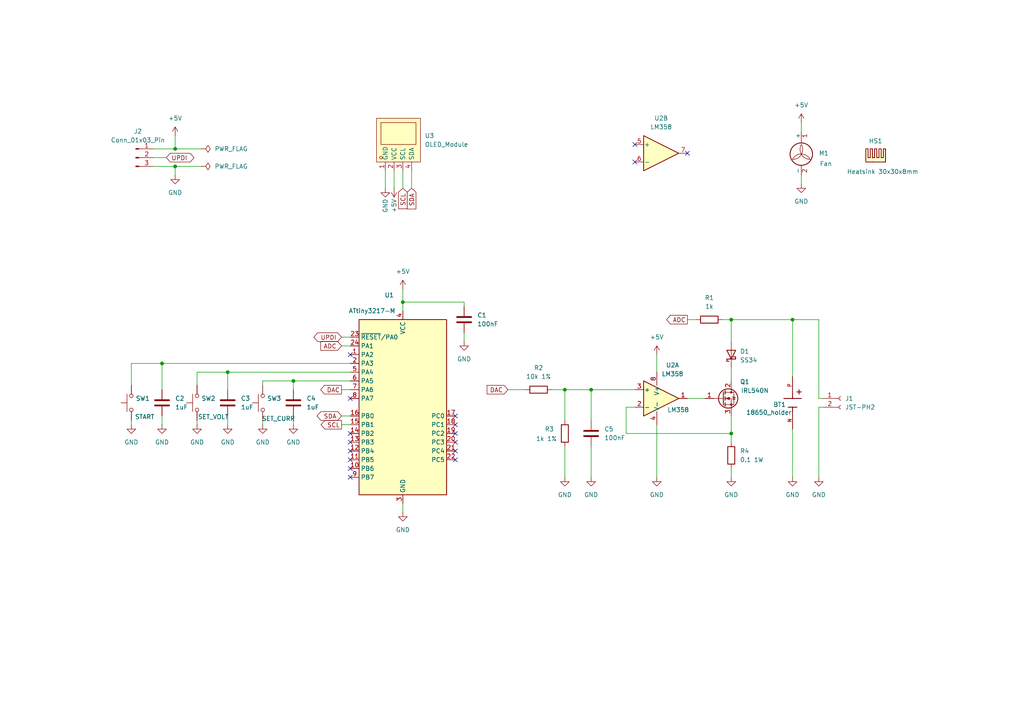
<source format=kicad_sch>
(kicad_sch (version 20250114) (generator "eeschema") (generator_version "9.0")
  (paper "A4")
  (title_block (title "Li-Po/Li-Ion Battery Capacity Tester") (date "2025-12-27") (rev "2.0") (company "www.e-tinkers.com") (comment 1 "Henry Cheung"))
  (lib_symbols
    (symbol "Amplifier_Operational:LM358" (pin_names (offset 0.127))
      (property "Reference" "U" (at 0 5.08 0))
      (property "Value" "LM358" (at 0 -5.08 0))
      (symbol "LM358_1_1"
        (polyline (pts (xy -5.08 5.08) (xy 5.08 0) (xy -5.08 -5.08) (xy -5.08 5.08)) (stroke (width 0.254)) (fill (type background)))
        (pin input line (at -7.62 2.54 0) (length 2.54) (name "+") (number "3"))
        (pin input line (at -7.62 -2.54 0) (length 2.54) (name "-") (number "2"))
        (pin output line (at 7.62 0 180) (length 2.54) (name "~") (number "1"))
      )
      (symbol "LM358_2_1"
        (polyline (pts (xy -5.08 5.08) (xy 5.08 0) (xy -5.08 -5.08) (xy -5.08 5.08)) (stroke (width 0.254)) (fill (type background)))
        (pin input line (at -7.62 2.54 0) (length 2.54) (name "+") (number "5"))
        (pin input line (at -7.62 -2.54 0) (length 2.54) (name "-") (number "6"))
        (pin output line (at 7.62 0 180) (length 2.54) (name "~") (number "7"))
      )
      (symbol "LM358_3_1"
        (pin power_in line (at -2.54 7.62 270) (length 3.81) (name "V+") (number "8"))
        (pin power_in line (at -2.54 -7.62 90) (length 3.81) (name "V-") (number "4"))
      )
    )
    (symbol "Connector:Conn_01x02_Socket" (pin_names (offset 1.016) (hide yes))
      (property "Reference" "J" (at 0 2.54 0))
      (property "Value" "Conn_01x02_Socket" (at 0 -5.08 0))
      (symbol "Conn_01x02_Socket_1_1"
        (polyline (pts (xy -1.27 0) (xy -0.508 0)) (stroke (width 0.1524)))
        (polyline (pts (xy -1.27 -2.54) (xy -0.508 -2.54)) (stroke (width 0.1524)))
        (arc (start 0 -0.508) (mid -0.5058 0) (end 0 0.508) (stroke (width 0.1524)))
        (arc (start 0 -3.048) (mid -0.5058 -2.54) (end 0 -2.032) (stroke (width 0.1524)))
        (pin passive line (at -5.08 0 0) (length 3.81) (name "Pin_1") (number "1"))
        (pin passive line (at -5.08 -2.54 0) (length 3.81) (name "Pin_2") (number "2"))
      )
    )
    (symbol "Connector:Conn_01x03_Pin" (pin_names (offset 1.016) (hide yes))
      (property "Reference" "J" (at 0 5.08 0))
      (property "Value" "Conn_01x03_Pin" (at 0 -5.08 0))
      (symbol "Conn_01x03_Pin_1_1"
        (rectangle (start 0.8636 2.667) (end 0 2.413) (stroke (width 0.1524)) (fill (type outline)))
        (rectangle (start 0.8636 0.127) (end 0 -0.127) (stroke (width 0.1524)) (fill (type outline)))
        (rectangle (start 0.8636 -2.413) (end 0 -2.667) (stroke (width 0.1524)) (fill (type outline)))
        (polyline (pts (xy 1.27 2.54) (xy 0.8636 2.54)) (stroke (width 0.1524)))
        (polyline (pts (xy 1.27 0) (xy 0.8636 0)) (stroke (width 0.1524)))
        (polyline (pts (xy 1.27 -2.54) (xy 0.8636 -2.54)) (stroke (width 0.1524)))
        (pin passive line (at 5.08 2.54 180) (length 3.81) (name "Pin_1") (number "1"))
        (pin passive line (at 5.08 0 180) (length 3.81) (name "Pin_2") (number "2"))
        (pin passive line (at 5.08 -2.54 180) (length 3.81) (name "Pin_3") (number "3"))
      )
    )
    (symbol "Device:C" (pin_numbers (hide yes)) (pin_names (offset 0.254))
      (property "Reference" "C" (at 0.635 2.54 0))
      (property "Value" "C" (at 0.635 -2.54 0))
      (symbol "C_0_1"
        (polyline (pts (xy -2.032 0.762) (xy 2.032 0.762)) (stroke (width 0.508)))
        (polyline (pts (xy -2.032 -0.762) (xy 2.032 -0.762)) (stroke (width 0.508)))
      )
      (symbol "C_1_1"
        (pin passive line (at 0 3.81 270) (length 2.794) (name "~") (number "1"))
        (pin passive line (at 0 -3.81 90) (length 2.794) (name "~") (number "2"))
      )
    )
    (symbol "Device:R" (pin_numbers (hide yes)) (pin_names (offset 0))
      (property "Reference" "R" (at 2.032 0 90))
      (property "Value" "R" (at 0 0 90))
      (symbol "R_0_1"
        (rectangle (start -1.016 -2.54) (end 1.016 2.54) (stroke (width 0.254)))
      )
      (symbol "R_1_1"
        (pin passive line (at 0 3.81 270) (length 1.27) (name "~") (number "1"))
        (pin passive line (at 0 -3.81 90) (length 1.27) (name "~") (number "2"))
      )
    )
    (symbol "Diode:SS34" (pin_numbers (hide yes)) (pin_names (offset 1.016) (hide yes))
      (property "Reference" "D" (at 0 2.54 0))
      (property "Value" "SS34" (at 0 -2.54 0))
      (symbol "SS34_0_1"
        (polyline (pts (xy -1.905 0.635) (xy -1.905 1.27) (xy -1.27 1.27) (xy -1.27 -1.27) (xy -0.635 -1.27) (xy -0.635 -0.635)) (stroke (width 0.254)))
        (polyline (pts (xy 1.27 1.27) (xy 1.27 -1.27) (xy -1.27 0) (xy 1.27 1.27)) (stroke (width 0.254)))
        (polyline (pts (xy 1.27 0) (xy -1.27 0)))
      )
      (symbol "SS34_1_1"
        (pin passive line (at -3.81 0 0) (length 2.54) (name "K") (number "1"))
        (pin passive line (at 3.81 0 180) (length 2.54) (name "A") (number "2"))
      )
    )
    (symbol "MCU_Microchip_ATtiny:ATtiny3217-M"
      (property "Reference" "U" (at -12.7 26.67 0))
      (property "Value" "ATtiny3217-M" (at 2.54 -26.67 0))
      (symbol "ATtiny3217-M_0_1"
        (rectangle (start -12.7 -25.4) (end 12.7 25.4) (stroke (width 0.254)) (fill (type background)))
      )
      (symbol "ATtiny3217-M_1_1"
        (pin bidirectional line (at -15.24 -2.54 0) (length 2.54) (name "PC0") (number "17"))
        (pin bidirectional line (at -15.24 -5.08 0) (length 2.54) (name "PC1") (number "18"))
        (pin bidirectional line (at -15.24 -7.62 0) (length 2.54) (name "PC2") (number "19"))
        (pin bidirectional line (at -15.24 -10.16 0) (length 2.54) (name "PC3") (number "20"))
        (pin bidirectional line (at -15.24 -12.7 0) (length 2.54) (name "PC4") (number "21"))
        (pin bidirectional line (at -15.24 -15.24 0) (length 2.54) (name "PC5") (number "22"))
        (pin power_in line (at 0 27.94 270) (length 2.54) (name "VCC") (number "4"))
        (pin passive line (at 0 -27.94 90) (length 2.54) (hide yes) (name "GND") (number "25"))
        (pin power_in line (at 0 -27.94 90) (length 2.54) (name "GND") (number "3"))
        (pin bidirectional line (at 15.24 20.32 180) (length 2.54) (name "~{RESET}/PA0") (number "23"))
        (pin bidirectional line (at 15.24 17.78 180) (length 2.54) (name "PA1") (number "24"))
        (pin bidirectional line (at 15.24 15.24 180) (length 2.54) (name "PA2") (number "1"))
        (pin bidirectional line (at 15.24 12.7 180) (length 2.54) (name "PA3") (number "2"))
        (pin bidirectional line (at 15.24 10.16 180) (length 2.54) (name "PA4") (number "5"))
        (pin bidirectional line (at 15.24 7.62 180) (length 2.54) (name "PA5") (number "6"))
        (pin bidirectional line (at 15.24 5.08 180) (length 2.54) (name "PA6") (number "7"))
        (pin bidirectional line (at 15.24 2.54 180) (length 2.54) (name "PA7") (number "8"))
        (pin bidirectional line (at 15.24 -2.54 180) (length 2.54) (name "PB0") (number "16"))
        (pin bidirectional line (at 15.24 -5.08 180) (length 2.54) (name "PB1") (number "15"))
        (pin bidirectional line (at 15.24 -7.62 180) (length 2.54) (name "PB2") (number "14"))
        (pin bidirectional line (at 15.24 -10.16 180) (length 2.54) (name "PB3") (number "13"))
        (pin bidirectional line (at 15.24 -12.7 180) (length 2.54) (name "PB4") (number "12"))
        (pin bidirectional line (at 15.24 -15.24 180) (length 2.54) (name "PB5") (number "11"))
        (pin bidirectional line (at 15.24 -17.78 180) (length 2.54) (name "PB6") (number "10"))
        (pin bidirectional line (at 15.24 -20.32 180) (length 2.54) (name "PB7") (number "9"))
      )
    )
    (symbol "Mechanical:Heatsink" (pin_names (offset 1.016))
      (property "Reference" "HS" (at 0 5.08 0))
      (property "Value" "Heatsink" (at 0 -1.27 0))
      (symbol "Heatsink_0_1"
        (polyline (pts (xy -0.3302 1.27) (xy -0.9652 1.27) (xy -0.9652 3.81) (xy -1.6002 3.81) (xy -1.6002 1.27) (xy -2.2352 1.27) (xy -2.2352 3.81) (xy -2.8702 3.81) (xy -2.8702 0) (xy -0.9652 0)) (stroke (width 0.254)) (fill (type background)))
        (polyline (pts (xy -0.3302 1.27) (xy -0.3302 3.81) (xy 0.3048 3.81) (xy 0.3048 1.27) (xy 0.9398 1.27) (xy 0.9398 3.81) (xy 1.5748 3.81) (xy 1.5748 1.27) (xy 2.2098 1.27) (xy 2.2098 3.81) (xy 2.8448 3.81) (xy 2.8448 0) (xy -0.9652 0)) (stroke (width 0.254)) (fill (type background)))
      )
    )
    (symbol "Motor:Fan" (pin_names (offset 0))
      (property "Reference" "M" (at 2.54 5.08 0))
      (property "Value" "Fan" (at 2.54 -2.54 0))
      (symbol "Fan_0_1"
        (arc (start 0 3.81) (mid -0.0015 0.9048) (end -2.54 -0.508))
        (polyline (pts (xy 0 4.572) (xy 0 5.08)))
        (polyline (pts (xy 0 4.2672) (xy 0 4.6228)))
        (circle (center 0 1.016) (radius 3.2512) (stroke (width 0.254)))
        (arc (start -2.54 -0.508) (mid 0 1.0618) (end 2.54 -0.508))
        (polyline (pts (xy 0 -2.2352) (xy 0 -2.6416)))
        (polyline (pts (xy 0 -5.08) (xy 0 -4.572)))
        (arc (start 2.54 -0.508) (mid 0.047 0.9315) (end 0 3.81))
      )
      (symbol "Fan_1_1"
        (pin passive line (at 0 7.62 270) (length 2.54) (name "+") (number "1"))
        (pin passive line (at 0 -5.08 90) (length 2.54) (name "-") (number "2"))
      )
    )
    (symbol "Switch:SW_Push" (pin_numbers (hide yes)) (pin_names (offset 1.016) (hide yes))
      (property "Reference" "SW" (at 1.27 2.54 0))
      (property "Value" "SW_Push" (at 0 -1.524 0))
      (symbol "SW_Push_0_1"
        (circle (center -2.032 0) (radius 0.508))
        (polyline (pts (xy 0 1.27) (xy 0 3.048)))
        (circle (center 2.032 0) (radius 0.508))
        (polyline (pts (xy 2.54 1.27) (xy -2.54 1.27)))
        (pin passive line (at -5.08 0 0) (length 2.54) (name "1") (number "1"))
        (pin passive line (at 5.08 0 180) (length 2.54) (name "2") (number "2"))
      )
    )
    (symbol "Transistor_FET:IRLZ44N" (pin_names (hide yes))
      (property "Reference" "Q" (at 5.08 1.905 0))
      (property "Value" "IRLZ44N" (at 5.08 0 0))
      (symbol "IRLZ44N_0_1"
        (polyline (pts (xy 0.254 1.905) (xy 0.254 -1.905)) (stroke (width 0.254)))
        (polyline (pts (xy 0.254 0) (xy -2.54 0)))
        (polyline (pts (xy 0.762 2.286) (xy 0.762 1.27)) (stroke (width 0.254)))
        (polyline (pts (xy 0.762 0.508) (xy 0.762 -0.508)) (stroke (width 0.254)))
        (polyline (pts (xy 0.762 -1.27) (xy 0.762 -2.286)) (stroke (width 0.254)))
        (polyline (pts (xy 0.762 -1.778) (xy 3.302 -1.778) (xy 3.302 1.778) (xy 0.762 1.778)))
        (polyline (pts (xy 1.016 0) (xy 2.032 0.381) (xy 2.032 -0.381) (xy 1.016 0)) (fill (type outline)))
        (circle (center 1.651 0) (radius 2.794) (stroke (width 0.254)))
        (polyline (pts (xy 2.54 2.54) (xy 2.54 1.778)))
        (circle (center 2.54 1.778) (radius 0.254) (fill (type outline)))
        (circle (center 2.54 -1.778) (radius 0.254) (fill (type outline)))
        (polyline (pts (xy 2.54 -2.54) (xy 2.54 0) (xy 0.762 0)))
        (polyline (pts (xy 2.794 0.508) (xy 2.921 0.381) (xy 3.683 0.381) (xy 3.81 0.254)))
        (polyline (pts (xy 3.302 0.381) (xy 2.921 -0.254) (xy 3.683 -0.254) (xy 3.302 0.381)))
      )
      (symbol "IRLZ44N_1_1"
        (pin input line (at -5.08 0 0) (length 2.54) (name "G") (number "1"))
        (pin passive line (at 2.54 5.08 270) (length 2.54) (name "D") (number "2"))
        (pin passive line (at 2.54 -5.08 90) (length 2.54) (name "S") (number "3"))
      )
    )
    (symbol "my_library:18650_holder" (pin_names (offset 1.016))
      (property "Reference" "BT1" (at 3.302 1.4697 90))
      (property "Value" "18650_holder" (at 3.302 -1.0672 90))
      (symbol "18650_holder_0_0"
        (polyline (pts (xy -3.81 1.905) (xy -2.54 1.905)) (stroke (width 0.254)))
        (polyline (pts (xy -3.175 2.54) (xy -3.175 1.27)) (stroke (width 0.254)))
        (polyline (pts (xy -1.27 2.54) (xy -1.27 0)) (stroke (width 0.254)))
        (polyline (pts (xy -1.27 0) (xy -2.54 0)) (stroke (width 0.254)))
        (polyline (pts (xy -1.27 0) (xy -1.27 -2.54)) (stroke (width 0.254)))
        (polyline (pts (xy 1.27 1.27) (xy 1.27 0)) (stroke (width 0.254)))
        (polyline (pts (xy 1.27 0) (xy 1.27 -1.27)) (stroke (width 0.254)))
        (polyline (pts (xy 1.27 0) (xy 2.54 0)) (stroke (width 0.254)))
        (pin passive line (at -7.62 0 0) (length 5.08) (name "~") (number "P"))
        (pin passive line (at 7.62 0 180) (length 5.08) (name "~") (number "N"))
      )
    )
    (symbol "my_library:OLED_Display_Module"
      (property "Reference" "U" (at 0 12.7 0))
      (property "Value" "OLED_Module" (at 0 10.668 0))
      (symbol "OLED_Display_Module_0_1"
        (rectangle (start -6.35 8.89) (end 6.35 -3.81) (fill (type background)))
        (rectangle (start -5.08 7.62) (end 5.08 1.27))
        (circle (center -5.08 -2.54) (radius 0.38))
      )
      (symbol "OLED_Display_Module_1_1"
        (pin power_in line (at -3.81 -6.35 90) (length 2.54) (name "GND") (number "1"))
        (pin power_in line (at -1.27 -6.35 90) (length 2.54) (name "VCC") (number "2"))
        (pin input line (at 1.27 -6.35 90) (length 2.54) (name "SCL") (number "3"))
        (pin bidirectional line (at 3.81 -6.35 90) (length 2.54) (name "SDA") (number "4"))
      )
    )
    (symbol "power:+5V" (power) (pin_numbers (hide yes)) (pin_names (offset 0) (hide yes))
      (property "Value" "+5V" (at 0 3.556 0))
      (symbol "+5V_0_1"
        (polyline (pts (xy -0.762 1.27) (xy 0 2.54)))
        (polyline (pts (xy 0 2.54) (xy 0.762 1.27)))
        (polyline (pts (xy 0 0) (xy 0 2.54)))
      )
      (symbol "+5V_1_1"
        (pin power_in line (at 0 0 90) (length 0) (name "~") (number "1"))
      )
    )
    (symbol "power:GND" (power) (pin_numbers (hide yes)) (pin_names (offset 0) (hide yes))
      (property "Value" "GND" (at 0 -3.81 0))
      (symbol "GND_0_1"
        (polyline (pts (xy 0 0) (xy 0 -1.27) (xy 1.27 -1.27) (xy 0 -2.54) (xy -1.27 -1.27) (xy 0 -1.27)))
      )
      (symbol "GND_1_1"
        (pin power_in line (at 0 0 270) (length 0) (name "~") (number "1"))
      )
    )
    (symbol "power:PWR_FLAG" (power) (pin_numbers (hide yes)) (pin_names (offset 0) (hide yes))
      (property "Value" "PWR_FLAG" (at 0 3.81 0))
      (symbol "PWR_FLAG_0_0"
        (pin power_out line (at 0 0 90) (length 0) (name "~") (number "1"))
      )
      (symbol "PWR_FLAG_0_1"
        (polyline (pts (xy 0 0) (xy 0 1.27) (xy -1.016 1.905) (xy 0 2.54) (xy 1.016 1.905) (xy 0 1.27)))
      )
    )
  )
  (junction (at 229.87 92.71))
  (junction (at 212.09 125.73))
  (junction (at 85.09 110.49))
  (junction (at 46.99 105.41))
  (junction (at 163.83 113.03))
  (junction (at 66.04 107.95))
  (junction (at 50.8 43.18))
  (junction (at 50.8 48.26))
  (junction (at 212.09 92.71))
  (junction (at 171.45 113.03))
  (junction (at 116.84 87.63))
  (no_connect (at 184.15 46.99))
  (no_connect (at 101.6 130.81))
  (no_connect (at 101.6 125.73))
  (no_connect (at 132.08 123.19))
  (no_connect (at 132.08 128.27))
  (no_connect (at 101.6 138.43))
  (no_connect (at 132.08 120.65))
  (no_connect (at 101.6 133.35))
  (no_connect (at 132.08 133.35))
  (no_connect (at 199.39 44.45))
  (no_connect (at 132.08 125.73))
  (no_connect (at 101.6 135.89))
  (no_connect (at 184.15 41.91))
  (no_connect (at 132.08 130.81))
  (no_connect (at 101.6 128.27))
  (no_connect (at 101.6 115.57))
  (no_connect (at 101.6 102.87))
  (wire (pts (xy 212.09 120.65) (xy 212.09 125.73)))
  (wire (pts (xy 46.99 105.41) (xy 38.1 105.41)))
  (wire (pts (xy 46.99 105.41) (xy 46.99 113.03)))
  (wire (pts (xy 160.02 113.03) (xy 163.83 113.03)))
  (wire (pts (xy 99.06 97.79) (xy 101.6 97.79)))
  (wire (pts (xy 134.62 87.63) (xy 116.84 87.63)))
  (wire (pts (xy 232.41 50.8) (xy 232.41 53.34)))
  (wire (pts (xy 134.62 96.52) (xy 134.62 99.06)))
  (wire (pts (xy 99.06 123.19) (xy 101.6 123.19)))
  (wire (pts (xy 212.09 92.71) (xy 229.87 92.71)))
  (wire (pts (xy 209.55 92.71) (xy 212.09 92.71)))
  (wire (pts (xy 76.2 121.92) (xy 76.2 123.19)))
  (wire (pts (xy 163.83 113.03) (xy 171.45 113.03)))
  (wire (pts (xy 229.87 124.46) (xy 229.87 138.43)))
  (wire (pts (xy 85.09 110.49) (xy 85.09 113.03)))
  (wire (pts (xy 58.42 43.18) (xy 50.8 43.18)))
  (wire (pts (xy 199.39 115.57) (xy 204.47 115.57)))
  (wire (pts (xy 85.09 120.65) (xy 85.09 123.19)))
  (wire (pts (xy 101.6 105.41) (xy 46.99 105.41)))
  (wire (pts (xy 184.15 118.11) (xy 181.61 118.11)))
  (wire (pts (xy 237.49 118.11) (xy 237.49 138.43)))
  (wire (pts (xy 229.87 92.71) (xy 237.49 92.71)))
  (wire (pts (xy 111.76 49.53) (xy 111.76 54.61)))
  (wire (pts (xy 114.3 49.53) (xy 114.3 54.61)))
  (wire (pts (xy 163.83 113.03) (xy 163.83 121.92)))
  (wire (pts (xy 101.6 107.95) (xy 66.04 107.95)))
  (wire (pts (xy 66.04 107.95) (xy 57.15 107.95)))
  (wire (pts (xy 85.09 110.49) (xy 76.2 110.49)))
  (wire (pts (xy 66.04 107.95) (xy 66.04 113.03)))
  (wire (pts (xy 147.32 113.03) (xy 152.4 113.03)))
  (wire (pts (xy 237.49 118.11) (xy 238.76 118.11)))
  (wire (pts (xy 58.42 48.26) (xy 50.8 48.26)))
  (wire (pts (xy 101.6 113.03) (xy 99.06 113.03)))
  (wire (pts (xy 171.45 113.03) (xy 171.45 121.92)))
  (wire (pts (xy 44.45 45.72) (xy 48.26 45.72)))
  (wire (pts (xy 116.84 83.82) (xy 116.84 87.63)))
  (wire (pts (xy 66.04 120.65) (xy 66.04 123.19)))
  (wire (pts (xy 38.1 105.41) (xy 38.1 111.76)))
  (wire (pts (xy 237.49 92.71) (xy 237.49 115.57)))
  (wire (pts (xy 212.09 135.89) (xy 212.09 138.43)))
  (wire (pts (xy 50.8 48.26) (xy 50.8 50.8)))
  (wire (pts (xy 101.6 110.49) (xy 85.09 110.49)))
  (wire (pts (xy 99.06 100.33) (xy 101.6 100.33)))
  (wire (pts (xy 38.1 121.92) (xy 38.1 123.19)))
  (wire (pts (xy 190.5 123.19) (xy 190.5 138.43)))
  (wire (pts (xy 163.83 129.54) (xy 163.83 138.43)))
  (wire (pts (xy 181.61 125.73) (xy 212.09 125.73)))
  (wire (pts (xy 229.87 92.71) (xy 229.87 109.22)))
  (wire (pts (xy 190.5 102.87) (xy 190.5 107.95)))
  (wire (pts (xy 181.61 118.11) (xy 181.61 125.73)))
  (wire (pts (xy 116.84 87.63) (xy 116.84 90.17)))
  (wire (pts (xy 134.62 88.9) (xy 134.62 87.63)))
  (wire (pts (xy 171.45 129.54) (xy 171.45 138.43)))
  (wire (pts (xy 46.99 120.65) (xy 46.99 123.19)))
  (wire (pts (xy 237.49 115.57) (xy 238.76 115.57)))
  (wire (pts (xy 57.15 121.92) (xy 57.15 123.19)))
  (wire (pts (xy 171.45 113.03) (xy 184.15 113.03)))
  (wire (pts (xy 44.45 43.18) (xy 50.8 43.18)))
  (wire (pts (xy 119.38 49.53) (xy 119.38 54.61)))
  (wire (pts (xy 44.45 48.26) (xy 50.8 48.26)))
  (wire (pts (xy 50.8 43.18) (xy 50.8 39.37)))
  (wire (pts (xy 116.84 146.05) (xy 116.84 148.59)))
  (wire (pts (xy 76.2 110.49) (xy 76.2 111.76)))
  (wire (pts (xy 212.09 92.71) (xy 212.09 99.06)))
  (wire (pts (xy 99.06 120.65) (xy 101.6 120.65)))
  (wire (pts (xy 199.39 92.71) (xy 201.93 92.71)))
  (wire (pts (xy 212.09 106.68) (xy 212.09 110.49)))
  (wire (pts (xy 57.15 107.95) (xy 57.15 111.76)))
  (wire (pts (xy 232.41 35.56) (xy 232.41 38.1)))
  (wire (pts (xy 116.84 49.53) (xy 116.84 54.61)))
  (wire (pts (xy 212.09 125.73) (xy 212.09 128.27)))
  (global_label "SCL" (shape input) (at 116.84 54.61 270) (property "Intersheetrefs" "${INTERSHEET_REFS}" (effects (hide yes))))
  (global_label "UPDI" (shape bidirectional) (at 48.26 45.72 0) (property "Intersheetrefs" "${INTERSHEET_REFS}" (effects (hide yes))))
  (global_label "SDA" (shape input) (at 119.38 54.61 270) (property "Intersheetrefs" "${INTERSHEET_REFS}" (effects (hide yes))))
  (global_label "DAC" (shape input) (at 147.32 113.03 180) (property "Intersheetrefs" "${INTERSHEET_REFS}" (effects (hide yes))))
  (global_label "SDA" (shape bidirectional) (at 99.06 120.65 180) (property "Intersheetrefs" "${INTERSHEET_REFS}" (effects (hide yes))))
  (global_label "SCL" (shape output) (at 99.06 123.19 180) (property "Intersheetrefs" "${INTERSHEET_REFS}" (effects (hide yes))))
  (global_label "UPDI" (shape bidirectional) (at 99.06 97.79 180) (property "Intersheetrefs" "${INTERSHEET_REFS}" (effects (hide yes))))
  (global_label "DAC" (shape output) (at 99.06 113.03 180) (property "Intersheetrefs" "${INTERSHEET_REFS}" (effects (hide yes))))
  (global_label "ADC" (shape output) (at 199.39 92.71 180) (property "Intersheetrefs" "${INTERSHEET_REFS}" (effects (hide yes))))
  (global_label "ADC" (shape input) (at 99.06 100.33 180) (property "Intersheetrefs" "${INTERSHEET_REFS}" (effects (hide yes))))
  (symbol (lib_id "Device:C") (at 171.45 125.73 0) (unit 1)
    (property "Reference" "C5" (at 175.26 124.4599 0) (effects (justify left)))
    (property "Value" "100nF" (at 175.26 126.9999 0) (effects (justify left)))
    (property "Description" "Unpolarized capacitor" (effects (hide yes)))
  )
  (symbol (lib_id "Motor:Fan") (at 232.41 45.72 0) (unit 1)
    (property "Reference" "M1" (at 237.49 44.4499 0) (effects (justify left)))
    (property "Value" "Fan" (at 237.744 47.498 0) (effects (justify left)))
    (property "Description" "Fan" (effects (hide yes)))
  )
  (symbol (lib_id "MCU_Microchip_ATtiny:ATtiny3217-M") (at 116.84 118.11 0) (mirror y) (unit 1)
    (property "Reference" "U1" (at 114.3 85.598 0) (effects (justify left)))
    (property "Value" "ATtiny3217-M" (at 114.6967 90.17 0) (effects (justify left)))
    (property "Footprint" "Package_DFN_QFN:QFN-24-1EP_4x4mm_P0.5mm_EP2.6x2.6mm" (effects (hide yes)))
    (property "Datasheet" "http://ww1.microchip.com/downloads/en/DeviceDoc/ATtiny3217_1617-Data-Sheet-40001999B.pdf" (effects (hide yes)))
    (property "Description" "20MHz, 32kB Flash, 2kB SRAM, 256B EEPROM, VQFN-24" (effects (hide yes)))
  )
  (symbol (lib_id "Switch:SW_Push") (at 57.15 116.84 90) (unit 1)
    (property "Reference" "SW2" (at 58.42 115.5699 90) (effects (justify right)))
    (property "Value" "SET_VOLT" (at 57.404 120.904 90) (effects (justify right)))
    (property "Description" "Push button switch, generic, two pins" (effects (hide yes)))
  )
  (symbol (lib_id "Mechanical:Heatsink") (at 254 46.99 0) (unit 1)
    (property "Reference" "HS1" (at 251.968 40.894 0) (effects (justify left)))
    (property "Value" "Heatsink 30x30x8mm" (at 245.618 49.784 0) (effects (justify left)))
    (property "Description" "Heatsink" (effects (hide yes)))
  )
  (symbol (lib_id "power:GND") (at 38.1 123.19 0) (unit 1)
    (property "Reference" "#PWR012" (effects (hide yes)))
    (property "Value" "GND" (at 38.1 128.27 0))
    (property "Description" "Power symbol creates a global label with name \"GND\" , ground" (effects (hide yes)))
  )
  (symbol (lib_id "Device:C") (at 134.62 92.71 0) (unit 1)
    (property "Reference" "C1" (at 138.43 91.4399 0) (effects (justify left)))
    (property "Value" "100nF" (at 138.43 93.9799 0) (effects (justify left)))
    (property "Description" "Unpolarized capacitor" (effects (hide yes)))
  )
  (symbol (lib_id "Device:R") (at 163.83 125.73 0) (unit 1)
    (property "Reference" "R3" (at 157.988 124.46 0) (effects (justify left)))
    (property "Value" "1k 1%" (at 155.448 127.254 0) (effects (justify left)))
    (property "Description" "Resistor" (effects (hide yes)))
  )
  (symbol (lib_id "power:GND") (at 171.45 138.43 0) (unit 1)
    (property "Reference" "#PWR02" (effects (hide yes)))
    (property "Value" "GND" (at 171.45 143.51 0))
    (property "Description" "Power symbol creates a global label with name \"GND\" , ground" (effects (hide yes)))
  )
  (symbol (lib_id "power:GND") (at 134.62 99.06 0) (unit 1)
    (property "Reference" "#PWR020" (effects (hide yes)))
    (property "Value" "GND" (at 134.62 104.14 0))
    (property "Description" "Power symbol creates a global label with name \"GND\" , ground" (effects (hide yes)))
  )
  (symbol (lib_id "power:PWR_FLAG") (at 58.42 48.26 270) (unit 1)
    (property "Reference" "#FLG02" (effects (hide yes)))
    (property "Value" "PWR_FLAG" (at 62.23 48.2599 90) (effects (justify left)))
    (property "Description" "Special symbol for telling ERC where power comes from" (effects (hide yes)))
  )
  (symbol (lib_id "Device:R") (at 156.21 113.03 90) (unit 1)
    (property "Reference" "R2" (at 156.21 106.68 90))
    (property "Value" "10k 1%" (at 156.21 109.22 90))
    (property "Description" "Resistor" (effects (hide yes)))
  )
  (symbol (lib_id "Connector:Conn_01x02_Socket") (at 243.84 115.57 0) (unit 1)
    (property "Reference" "J1" (at 245.11 115.5699 0) (effects (justify left)))
    (property "Value" "JST-PH2" (at 245.11 118.1099 0) (effects (justify left)))
    (property "Description" "Generic connector, single row, 01x02, script generated" (effects (hide yes)))
  )
  (symbol (lib_id "Device:C") (at 66.04 116.84 0) (unit 1)
    (property "Reference" "C3" (at 69.85 115.5699 0) (effects (justify left)))
    (property "Value" "1uF" (at 69.85 118.1099 0) (effects (justify left)))
    (property "Description" "Unpolarized capacitor" (effects (hide yes)))
  )
  (symbol (lib_id "Device:R") (at 212.09 132.08 0) (unit 1)
    (property "Reference" "R4" (at 214.63 130.8099 0) (effects (justify left)))
    (property "Value" "0.1 1W" (at 214.63 133.3499 0) (effects (justify left)))
    (property "Description" "Resistor" (effects (hide yes)))
  )
  (symbol (lib_id "my_library:18650_holder") (at 229.87 116.84 270) (unit 1)
    (property "Reference" "BT1" (at 224.282 117.348 90) (effects (justify left)))
    (property "Value" "18650_holder" (at 216.408 119.634 90) (effects (justify left)))
    (property "Footprint" "easyeda2kicad:BAT-SMD_MY-18650-02" (effects (hide yes)))
  )
  (symbol (lib_id "power:+5V") (at 190.5 102.87 0) (unit 1)
    (property "Reference" "#PWR010" (effects (hide yes)))
    (property "Value" "+5V" (at 190.5 97.79 0))
    (property "Description" "Power symbol creates a global label with name \"+5V\"" (effects (hide yes)))
  )
  (symbol (lib_id "power:GND") (at 111.76 54.61 0) (unit 1)
    (property "Reference" "#PWR017" (effects (hide yes)))
    (property "Value" "GND" (at 111.76 59.69 90))
    (property "Description" "Power symbol creates a global label with name \"GND\" , ground" (effects (hide yes)))
  )
  (symbol (lib_id "Amplifier_Operational:LM358") (at 191.77 44.45 0) (unit 2)
    (property "Reference" "U2" (at 191.77 34.29 0))
    (property "Value" "LM358" (at 191.77 36.83 0))
    (property "Datasheet" "http://www.ti.com/lit/ds/symlink/lm2904-n.pdf" (effects (hide yes)))
    (property "Description" "Low-Power, Dual Operational Amplifiers, DIP-8/SOIC-8/TO-99-8" (effects (hide yes)))
  )
  (symbol (lib_id "Device:C") (at 85.09 116.84 0) (unit 1)
    (property "Reference" "C4" (at 88.9 115.5699 0) (effects (justify left)))
    (property "Value" "1uF" (at 88.9 118.1099 0) (effects (justify left)))
    (property "Description" "Unpolarized capacitor" (effects (hide yes)))
  )
  (symbol (lib_id "Transistor_FET:IRLZ44N") (at 209.55 115.57 0) (unit 1)
    (property "Reference" "Q1" (at 214.63 110.744 0) (effects (justify left)))
    (property "Value" "IRL540N" (at 214.884 113.284 0) (effects (justify left)))
    (property "Footprint" "Package_TO_SOT_THT:TO-220-3_Vertical" (effects (hide yes)))
    (property "Datasheet" "http://www.irf.com/product-info/datasheets/data/irlz44n.pdf" (effects (hide yes)))
    (property "Description" "47A Id, 55V Vds, 22mOhm Rds Single N-Channel HEXFET Power MOSFET, TO-220AB" (effects (hide yes)))
  )
  (symbol (lib_id "power:GND") (at 76.2 123.19 0) (unit 1)
    (property "Reference" "#PWR011" (effects (hide yes)))
    (property "Value" "GND" (at 76.2 128.27 0))
    (property "Description" "Power symbol creates a global label with name \"GND\" , ground" (effects (hide yes)))
  )
  (symbol (lib_id "power:GND") (at 163.83 138.43 0) (unit 1)
    (property "Reference" "#PWR03" (effects (hide yes)))
    (property "Value" "GND" (at 163.83 143.51 0))
    (property "Description" "Power symbol creates a global label with name \"GND\" , ground" (effects (hide yes)))
  )
  (symbol (lib_id "power:PWR_FLAG") (at 58.42 43.18 270) (unit 1)
    (property "Reference" "#FLG01" (effects (hide yes)))
    (property "Value" "PWR_FLAG" (at 62.23 43.1799 90) (effects (justify left)))
    (property "Description" "Special symbol for telling ERC where power comes from" (effects (hide yes)))
  )
  (symbol (lib_id "power:GND") (at 229.87 138.43 0) (unit 1)
    (property "Reference" "#PWR014" (effects (hide yes)))
    (property "Value" "GND" (at 229.87 143.51 0))
    (property "Description" "Power symbol creates a global label with name \"GND\" , ground" (effects (hide yes)))
  )
  (symbol (lib_id "Switch:SW_Push") (at 38.1 116.84 90) (unit 1)
    (property "Reference" "SW1" (at 39.37 115.5699 90) (effects (justify right)))
    (property "Value" "START" (at 39.116 120.904 90) (effects (justify right)))
    (property "Description" "Push button switch, generic, two pins" (effects (hide yes)))
  )
  (symbol (lib_id "power:+5V") (at 114.3 54.61 180) (unit 1)
    (property "Reference" "#PWR016" (effects (hide yes)))
    (property "Value" "+5V" (at 114.3 59.69 90))
    (property "Description" "Power symbol creates a global label with name \"+5V\"" (effects (hide yes)))
  )
  (symbol (lib_id "power:+5V") (at 116.84 83.82 0) (unit 1)
    (property "Reference" "#PWR09" (effects (hide yes)))
    (property "Value" "+5V" (at 116.84 78.74 0))
    (property "Description" "Power symbol creates a global label with name \"+5V\"" (effects (hide yes)))
  )
  (symbol (lib_id "power:GND") (at 237.49 138.43 0) (unit 1)
    (property "Reference" "#PWR015" (effects (hide yes)))
    (property "Value" "GND" (at 237.49 143.51 0))
    (property "Description" "Power symbol creates a global label with name \"GND\" , ground" (effects (hide yes)))
  )
  (symbol (lib_id "power:GND") (at 66.04 123.19 0) (unit 1)
    (property "Reference" "#PWR07" (effects (hide yes)))
    (property "Value" "GND" (at 66.04 128.27 0))
    (property "Description" "Power symbol creates a global label with name \"GND\" , ground" (effects (hide yes)))
  )
  (symbol (lib_id "power:GND") (at 190.5 138.43 0) (unit 1)
    (property "Reference" "#PWR01" (effects (hide yes)))
    (property "Value" "GND" (at 190.5 143.51 0))
    (property "Description" "Power symbol creates a global label with name \"GND\" , ground" (effects (hide yes)))
  )
  (symbol (lib_id "power:GND") (at 57.15 123.19 0) (unit 1)
    (property "Reference" "#PWR013" (effects (hide yes)))
    (property "Value" "GND" (at 57.15 128.27 0))
    (property "Description" "Power symbol creates a global label with name \"GND\" , ground" (effects (hide yes)))
  )
  (symbol (lib_id "Diode:SS34") (at 212.09 102.87 90) (unit 1)
    (property "Reference" "D1" (at 214.63 101.9174 90) (effects (justify right)))
    (property "Value" "SS34" (at 214.63 104.4574 90) (effects (justify right)))
    (property "Footprint" "Diode_SMD:D_SMA" (effects (hide yes)))
    (property "Datasheet" "https://www.vishay.com/docs/88751/ss32.pdf" (effects (hide yes)))
    (property "Description" "40V 3A Schottky Diode, SMA" (effects (hide yes)))
  )
  (symbol (lib_id "power:GND") (at 212.09 138.43 0) (unit 1)
    (property "Reference" "#PWR05" (effects (hide yes)))
    (property "Value" "GND" (at 212.09 143.51 0))
    (property "Description" "Power symbol creates a global label with name \"GND\" , ground" (effects (hide yes)))
  )
  (symbol (lib_id "power:+5V") (at 50.8 39.37 0) (unit 1)
    (property "Reference" "#PWR018" (effects (hide yes)))
    (property "Value" "+5V" (at 50.8 34.29 0))
    (property "Description" "Power symbol creates a global label with name \"+5V\"" (effects (hide yes)))
  )
  (symbol (lib_id "power:GND") (at 50.8 50.8 0) (unit 1)
    (property "Reference" "#PWR019" (effects (hide yes)))
    (property "Value" "GND" (at 50.8 55.88 0))
    (property "Description" "Power symbol creates a global label with name \"GND\" , ground" (effects (hide yes)))
  )
  (symbol (lib_id "power:+5V") (at 232.41 35.56 0) (unit 1)
    (property "Reference" "#PWR022" (effects (hide yes)))
    (property "Value" "+5V" (at 232.41 30.48 0))
    (property "Description" "Power symbol creates a global label with name \"+5V\"" (effects (hide yes)))
  )
  (symbol (lib_id "Device:C") (at 46.99 116.84 0) (unit 1)
    (property "Reference" "C2" (at 50.8 115.5699 0) (effects (justify left)))
    (property "Value" "1uF" (at 50.8 118.1099 0) (effects (justify left)))
    (property "Description" "Unpolarized capacitor" (effects (hide yes)))
  )
  (symbol (lib_id "Amplifier_Operational:LM358") (at 193.04 115.57 0) (unit 3)
    (property "Reference" "U2" (effects (hide yes)))
    (property "Value" "LM358" (at 193.548 118.872 0) (effects (justify left)))
    (property "Datasheet" "http://www.ti.com/lit/ds/symlink/lm2904-n.pdf" (effects (hide yes)))
    (property "Description" "Low-Power, Dual Operational Amplifiers, DIP-8/SOIC-8/TO-99-8" (effects (hide yes)))
  )
  (symbol (lib_id "my_library:OLED_Display_Module") (at 115.57 43.18 0) (unit 1)
    (property "Reference" "U3" (at 123.19 39.3699 0) (effects (justify left)))
    (property "Value" "OLED_Module" (at 123.19 41.9099 0) (effects (justify left)))
    (property "Footprint" "easyeda2kicad:OLED-0.66_L23.44-W19-P2.54" (effects (hide yes)))
  )
  (symbol (lib_id "power:GND") (at 116.84 148.59 0) (unit 1)
    (property "Reference" "#PWR04" (effects (hide yes)))
    (property "Value" "GND" (at 116.84 153.67 0))
    (property "Description" "Power symbol creates a global label with name \"GND\" , ground" (effects (hide yes)))
  )
  (symbol (lib_id "Switch:SW_Push") (at 76.2 116.84 90) (unit 1)
    (property "Reference" "SW3" (at 77.47 115.5699 90) (effects (justify right)))
    (property "Value" "SET_CURR" (at 75.946 121.412 90) (effects (justify right)))
    (property "Description" "Push button switch, generic, two pins" (effects (hide yes)))
  )
  (symbol (lib_id "power:GND") (at 232.41 53.34 0) (unit 1)
    (property "Reference" "#PWR021" (effects (hide yes)))
    (property "Value" "GND" (at 232.41 58.42 0))
    (property "Description" "Power symbol creates a global label with name \"GND\" , ground" (effects (hide yes)))
  )
  (symbol (lib_id "power:GND") (at 85.09 123.19 0) (unit 1)
    (property "Reference" "#PWR08" (effects (hide yes)))
    (property "Value" "GND" (at 85.09 128.27 0))
    (property "Description" "Power symbol creates a global label with name \"GND\" , ground" (effects (hide yes)))
  )
  (symbol (lib_id "power:GND") (at 46.99 123.19 0) (unit 1)
    (property "Reference" "#PWR06" (effects (hide yes)))
    (property "Value" "GND" (at 46.99 128.27 0))
    (property "Description" "Power symbol creates a global label with name \"GND\" , ground" (effects (hide yes)))
  )
  (symbol (lib_id "Connector:Conn_01x03_Pin") (at 39.37 45.72 0) (unit 1)
    (property "Reference" "J2" (at 40.005 38.1 0))
    (property "Value" "Conn_01x03_Pin" (at 40.005 40.64 0))
    (property "Description" "Generic connector, single row, 01x03, script generated" (effects (hide yes)))
  )
  (symbol (lib_id "Device:R") (at 205.74 92.71 90) (unit 1)
    (property "Reference" "R1" (at 205.74 86.36 90))
    (property "Value" "1k" (at 205.74 88.9 90))
    (property "Description" "Resistor" (effects (hide yes)))
  )
  (symbol (lib_id "Amplifier_Operational:LM358") (at 191.77 115.57 0) (unit 1)
    (property "Reference" "U2" (at 195.072 105.918 0))
    (property "Value" "LM358" (at 195.072 108.458 0))
    (property "Datasheet" "http://www.ti.com/lit/ds/symlink/lm2904-n.pdf" (effects (hide yes)))
    (property "Description" "Low-Power, Dual Operational Amplifiers, DIP-8/SOIC-8/TO-99-8" (effects (hide yes)))
  )
)
</source>
